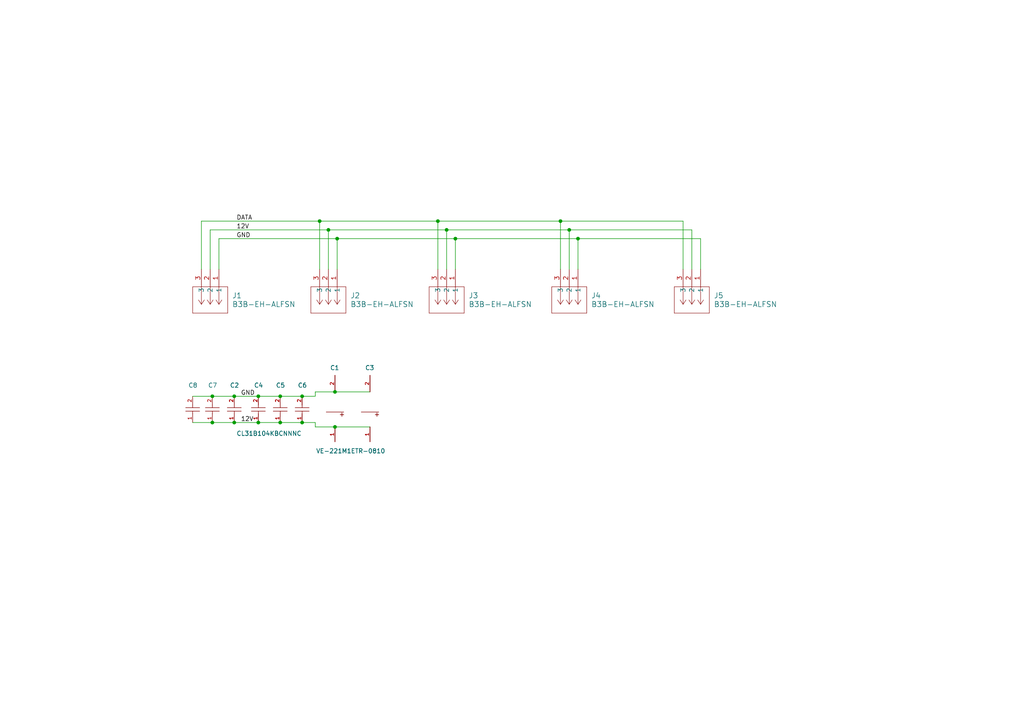
<source format=kicad_sch>
(kicad_sch (version 20230121) (generator eeschema)
  (paper "A4")
  (lib_symbols
    (symbol "2024-07-23_10-14-01:B3B-EH-ALFSN" (pin_names (offset 0.254))
      (property "Reference" "J" (at 8.89 6.35 0))
      (property "Value" "B3B-EH-ALFSN" (at 0 0 0))
      (symbol "B3B-EH-ALFSN_1_1"
        (polyline (pts (xy 5.08 -7.62) (xy 12.7 -7.62)) (stroke (width 0.127)))
        (polyline (pts (xy 5.08 2.54) (xy 5.08 -7.62)) (stroke (width 0.127)))
        (polyline (pts (xy 10.16 -5.08) (xy 5.08 -5.08)) (stroke (width 0.127)))
        (polyline (pts (xy 10.16 -5.08) (xy 8.89 -5.9267)) (stroke (width 0.127)))
        (polyline (pts (xy 10.16 -5.08) (xy 8.89 -4.2333)) (stroke (width 0.127)))
        (polyline (pts (xy 10.16 -2.54) (xy 5.08 -2.54)) (stroke (width 0.127)))
        (polyline (pts (xy 10.16 -2.54) (xy 8.89 -3.3867)) (stroke (width 0.127)))
        (polyline (pts (xy 10.16 -2.54) (xy 8.89 -1.6933)) (stroke (width 0.127)))
        (polyline (pts (xy 10.16 0) (xy 5.08 0)) (stroke (width 0.127)))
        (polyline (pts (xy 10.16 0) (xy 8.89 -0.8467)) (stroke (width 0.127)))
        (polyline (pts (xy 10.16 0) (xy 8.89 0.8467)) (stroke (width 0.127)))
        (polyline (pts (xy 12.7 -7.62) (xy 12.7 2.54)) (stroke (width 0.127)))
        (polyline (pts (xy 12.7 2.54) (xy 5.08 2.54)) (stroke (width 0.127)))
        (pin unspecified line (at 0 0 0) (length 5.08) (name "1") (number "1"))
        (pin unspecified line (at 0 -2.54 0) (length 5.08) (name "2") (number "2"))
        (pin unspecified line (at 0 -5.08 0) (length 5.08) (name "3") (number "3"))
      )
      (symbol "B3B-EH-ALFSN_1_2"
        (polyline (pts (xy 5.08 -7.62) (xy 12.7 -7.62)) (stroke (width 0.127)))
        (polyline (pts (xy 5.08 2.54) (xy 5.08 -7.62)) (stroke (width 0.127)))
        (polyline (pts (xy 7.62 -5.08) (xy 5.08 -5.08)) (stroke (width 0.127)))
        (polyline (pts (xy 7.62 -5.08) (xy 8.89 -5.9267)) (stroke (width 0.127)))
        (polyline (pts (xy 7.62 -5.08) (xy 8.89 -4.2333)) (stroke (width 0.127)))
        (polyline (pts (xy 7.62 -2.54) (xy 5.08 -2.54)) (stroke (width 0.127)))
        (polyline (pts (xy 7.62 -2.54) (xy 8.89 -3.3867)) (stroke (width 0.127)))
        (polyline (pts (xy 7.62 -2.54) (xy 8.89 -1.6933)) (stroke (width 0.127)))
        (polyline (pts (xy 7.62 0) (xy 5.08 0)) (stroke (width 0.127)))
        (polyline (pts (xy 7.62 0) (xy 8.89 -0.8467)) (stroke (width 0.127)))
        (polyline (pts (xy 7.62 0) (xy 8.89 0.8467)) (stroke (width 0.127)))
        (polyline (pts (xy 12.7 -7.62) (xy 12.7 2.54)) (stroke (width 0.127)))
        (polyline (pts (xy 12.7 2.54) (xy 5.08 2.54)) (stroke (width 0.127)))
        (pin unspecified line (at 0 0 0) (length 5.08) (name "1") (number "1"))
        (pin unspecified line (at 0 -2.54 0) (length 5.08) (name "2") (number "2"))
        (pin unspecified line (at 0 -5.08 0) (length 5.08) (name "3") (number "3"))
      )
    )
    (symbol "CL31B104KBCNNNC:CL31B104KBCNNNC" (pin_names hide)
      (property "Reference" "C" (at 0 1.27 0))
      (property "Value" "CL31B104KBCNNNC" (at 0 -2.54 0))
      (symbol "CL31B104KBCNNNC_0_1"
        (polyline (pts (xy -1.27 0) (xy -0.508 0)))
        (polyline (pts (xy -0.508 2.032) (xy -0.508 -2.032)))
        (polyline (pts (xy 0.508 0) (xy 1.27 0)))
        (polyline (pts (xy 0.508 2.032) (xy 0.508 -2.032)))
        (pin input line (at -3.81 0 0) (length 2.54) (name "1") (number "1"))
        (pin input line (at 3.81 0 180) (length 2.54) (name "2") (number "2"))
      )
    )
    (symbol "VE-221M1ETR-0810:VE-221M1ETR-0810" (pin_names hide)
      (property "Reference" "C" (at 0 1.27 0))
      (property "Value" "VE-221M1ETR-0810" (at 0 -2.54 0))
      (symbol "VE-221M1ETR-0810_0_1"
        (rectangle (start -2.54 1.524) (end -1.524 1.4986) (fill (type background)))
        (rectangle (start -2.032 2.032) (end -2.0066 1.016) (fill (type background)))
        (polyline (pts (xy -2.54 0.762) (xy 2.54 0.762)))
        (pin unspecified line (at 0 5.08 90) (length 4.318) (name "1") (number "1"))
        (pin unspecified line (at 0 -5.08 270) (length 4.826) (name "2") (number "2"))
      )
    )
  )
  (junction (at 61.595 122.555))
  (junction (at 81.28 114.935))
  (junction (at 162.56 64.135))
  (junction (at 74.93 122.555))
  (junction (at 67.945 114.935))
  (junction (at 127 64.135))
  (junction (at 97.79 69.215))
  (junction (at 97.155 123.825))
  (junction (at 87.63 114.935))
  (junction (at 74.93 114.935))
  (junction (at 87.63 122.555))
  (junction (at 132.08 69.215))
  (junction (at 92.71 64.135))
  (junction (at 167.64 69.215))
  (junction (at 165.1 66.675))
  (junction (at 97.155 113.665))
  (junction (at 61.595 114.935))
  (junction (at 81.28 122.555))
  (junction (at 95.25 66.675))
  (junction (at 67.945 122.555))
  (junction (at 129.54 66.675))
  (wire (pts (xy 97.155 113.665) (xy 91.44 113.665)))
  (wire (pts (xy 198.12 64.135) (xy 198.12 78.105)))
  (wire (pts (xy 91.44 122.555) (xy 91.44 123.825)))
  (wire (pts (xy 67.945 114.935) (xy 74.93 114.935)))
  (wire (pts (xy 132.08 69.215) (xy 132.08 78.105)))
  (wire (pts (xy 97.79 69.215) (xy 97.79 78.105)))
  (wire (pts (xy 132.08 69.215) (xy 167.64 69.215)))
  (wire (pts (xy 91.44 123.825) (xy 97.155 123.825)))
  (wire (pts (xy 81.28 122.555) (xy 87.63 122.555)))
  (wire (pts (xy 61.595 114.935) (xy 67.945 114.935)))
  (wire (pts (xy 58.42 78.105) (xy 58.42 64.135)))
  (wire (pts (xy 81.28 114.935) (xy 87.63 114.935)))
  (wire (pts (xy 127 64.135) (xy 162.56 64.135)))
  (wire (pts (xy 60.96 78.105) (xy 60.96 66.675)))
  (wire (pts (xy 61.595 122.555) (xy 67.945 122.555)))
  (wire (pts (xy 55.88 122.555) (xy 61.595 122.555)))
  (wire (pts (xy 165.1 66.675) (xy 165.1 78.105)))
  (wire (pts (xy 129.54 66.675) (xy 129.54 78.105)))
  (wire (pts (xy 60.96 66.675) (xy 95.25 66.675)))
  (wire (pts (xy 127 64.135) (xy 127 78.105)))
  (wire (pts (xy 74.93 114.935) (xy 81.28 114.935)))
  (wire (pts (xy 129.54 66.675) (xy 165.1 66.675)))
  (wire (pts (xy 95.25 66.675) (xy 95.25 78.105)))
  (wire (pts (xy 92.71 64.135) (xy 127 64.135)))
  (wire (pts (xy 167.64 69.215) (xy 203.2 69.215)))
  (wire (pts (xy 97.79 69.215) (xy 132.08 69.215)))
  (wire (pts (xy 162.56 64.135) (xy 198.12 64.135)))
  (wire (pts (xy 95.25 66.675) (xy 129.54 66.675)))
  (wire (pts (xy 91.44 114.935) (xy 87.63 114.935)))
  (wire (pts (xy 91.44 113.665) (xy 91.44 114.935)))
  (wire (pts (xy 167.64 69.215) (xy 167.64 78.105)))
  (wire (pts (xy 63.5 78.105) (xy 63.5 69.215)))
  (wire (pts (xy 58.42 64.135) (xy 92.71 64.135)))
  (wire (pts (xy 87.63 122.555) (xy 91.44 122.555)))
  (wire (pts (xy 165.1 66.675) (xy 200.66 66.675)))
  (wire (pts (xy 92.71 64.135) (xy 92.71 78.105)))
  (wire (pts (xy 67.945 122.555) (xy 74.93 122.555)))
  (wire (pts (xy 200.66 66.675) (xy 200.66 78.105)))
  (wire (pts (xy 63.5 69.215) (xy 97.79 69.215)))
  (wire (pts (xy 97.155 123.825) (xy 107.315 123.825)))
  (wire (pts (xy 203.2 69.215) (xy 203.2 78.105)))
  (wire (pts (xy 162.56 64.135) (xy 162.56 78.105)))
  (wire (pts (xy 74.93 122.555) (xy 81.28 122.555)))
  (wire (pts (xy 107.315 113.665) (xy 97.155 113.665)))
  (wire (pts (xy 55.88 114.935) (xy 61.595 114.935)))
  (label "DATA" (at 68.58 64.135 0))
  (label "GND" (at 69.85 114.935 0))
  (label "12V" (at 68.58 66.675 0))
  (label "12V" (at 69.85 122.555 0))
  (label "GND" (at 68.58 69.215 0))
  (symbol (lib_id "2024-07-23_10-14-01:B3B-EH-ALFSN") (at 63.5 78.105 270) (unit 1)
    (property "Reference" "J1" (at 67.31 85.725 90) (effects (font (size 1.524 1.524)) (justify left)))
    (property "Value" "B3B-EH-ALFSN" (at 67.31 88.265 90) (effects (font (size 1.524 1.524)) (justify left)))
    (property "Footprint" "CONN3_B3B-EH-ALFSN_JST" (effects hide))
    (property "Datasheet" "B3B-EH-ALFSN" (effects hide))
  )
  (symbol (lib_id "CL31B104KBCNNNC:CL31B104KBCNNNC") (at 87.63 118.745 90) (unit 1)
    (property "Reference" "C6" (at 86.36 111.76 90) (effects (justify right)))
    (property "Value" "CL31B104KBCNNNC" (effects hide))
    (property "Footprint" "footprint:C1206" (effects hide))
    (property "Datasheet" "https://item.szlcsc.com/89171.html" (effects hide))
    (property "LCSC" "C24497" (effects hide))
  )
  (symbol (lib_id "2024-07-23_10-14-01:B3B-EH-ALFSN") (at 167.64 78.105 270) (unit 1)
    (property "Reference" "J4" (at 171.45 85.725 90) (effects (font (size 1.524 1.524)) (justify left)))
    (property "Value" "B3B-EH-ALFSN" (at 171.45 88.265 90) (effects (font (size 1.524 1.524)) (justify left)))
    (property "Footprint" "CONN3_B3B-EH-ALFSN_JST" (effects hide))
    (property "Datasheet" "B3B-EH-ALFSN" (effects hide))
  )
  (symbol (lib_id "CL31B104KBCNNNC:CL31B104KBCNNNC") (at 74.93 118.745 90) (unit 1)
    (property "Reference" "C4" (at 73.66 111.76 90) (effects (justify right)))
    (property "Value" "CL31B104KBCNNNC" (effects hide))
    (property "Footprint" "footprint:C1206" (effects hide))
    (property "Datasheet" "https://item.szlcsc.com/89171.html" (effects hide))
    (property "LCSC" "C24497" (effects hide))
  )
  (symbol (lib_id "2024-07-23_10-14-01:B3B-EH-ALFSN") (at 97.79 78.105 270) (unit 1)
    (property "Reference" "J2" (at 101.6 85.725 90) (effects (font (size 1.524 1.524)) (justify left)))
    (property "Value" "B3B-EH-ALFSN" (at 101.6 88.265 90) (effects (font (size 1.524 1.524)) (justify left)))
    (property "Footprint" "CONN3_B3B-EH-ALFSN_JST" (effects hide))
    (property "Datasheet" "B3B-EH-ALFSN" (effects hide))
  )
  (symbol (lib_id "CL31B104KBCNNNC:CL31B104KBCNNNC") (at 67.945 118.745 90) (unit 1)
    (property "Reference" "C2" (at 66.675 111.76 90) (effects (justify right)))
    (property "Value" "CL31B104KBCNNNC" (at 68.58 125.73 90) (effects (justify right)))
    (property "Footprint" "footprint:C1206" (effects hide))
    (property "Datasheet" "https://item.szlcsc.com/89171.html" (effects hide))
    (property "LCSC" "C24497" (effects hide))
  )
  (symbol (lib_id "2024-07-23_10-14-01:B3B-EH-ALFSN") (at 203.2 78.105 270) (unit 1)
    (property "Reference" "J5" (at 207.01 85.725 90) (effects (font (size 1.524 1.524)) (justify left)))
    (property "Value" "B3B-EH-ALFSN" (at 207.01 88.265 90) (effects (font (size 1.524 1.524)) (justify left)))
    (property "Footprint" "CONN3_B3B-EH-ALFSN_JST" (effects hide))
    (property "Datasheet" "B3B-EH-ALFSN" (effects hide))
  )
  (symbol (lib_id "2024-07-23_10-14-01:B3B-EH-ALFSN") (at 132.08 78.105 270) (unit 1)
    (property "Reference" "J3" (at 135.89 85.725 90) (effects (font (size 1.524 1.524)) (justify left)))
    (property "Value" "B3B-EH-ALFSN" (at 135.89 88.265 90) (effects (font (size 1.524 1.524)) (justify left)))
    (property "Footprint" "CONN3_B3B-EH-ALFSN_JST" (effects hide))
    (property "Datasheet" "B3B-EH-ALFSN" (effects hide))
  )
  (symbol (lib_id "CL31B104KBCNNNC:CL31B104KBCNNNC") (at 55.88 118.745 90) (unit 1)
    (property "Reference" "C8" (at 54.61 111.76 90) (effects (justify right)))
    (property "Value" "CL31B104KBCNNNC" (effects hide))
    (property "Footprint" "footprint:C1206" (effects hide))
    (property "Datasheet" "https://item.szlcsc.com/89171.html" (effects hide))
    (property "LCSC" "C24497" (effects hide))
  )
  (symbol (lib_id "CL31B104KBCNNNC:CL31B104KBCNNNC") (at 81.28 118.745 90) (unit 1)
    (property "Reference" "C5" (at 80.01 111.76 90) (effects (justify right)))
    (property "Value" "CL31B104KBCNNNC" (effects hide))
    (property "Footprint" "footprint:C1206" (effects hide))
    (property "Datasheet" "https://item.szlcsc.com/89171.html" (effects hide))
    (property "LCSC" "C24497" (effects hide))
  )
  (symbol (lib_id "VE-221M1ETR-0810:VE-221M1ETR-0810") (at 107.315 118.745 180) (unit 1)
    (property "Reference" "C3" (at 108.585 106.68 0) (effects (justify left)))
    (property "Value" "VE-221M1ETR-0810" (at 111.76 130.81 0) (effects (justify left)))
    (property "Footprint" "footprint:CAP-SMD_BD8.0-L8.3-W8.3-RD" (effects hide))
    (property "Datasheet" "https://item.szlcsc.com/245644.html" (effects hide))
    (property "LCSC" "C127967" (effects hide))
  )
  (symbol (lib_id "CL31B104KBCNNNC:CL31B104KBCNNNC") (at 61.595 118.745 90) (unit 1)
    (property "Reference" "C7" (at 60.325 111.76 90) (effects (justify right)))
    (property "Value" "CL31B104KBCNNNC" (effects hide))
    (property "Footprint" "footprint:C1206" (effects hide))
    (property "Datasheet" "https://item.szlcsc.com/89171.html" (effects hide))
    (property "LCSC" "C24497" (effects hide))
  )
  (symbol (lib_id "VE-221M1ETR-0810:VE-221M1ETR-0810") (at 97.155 118.745 180) (unit 1)
    (property "Reference" "C1" (at 98.425 106.68 0) (effects (justify left)))
    (property "Value" "VE-221M1ETR-0810" (effects hide))
    (property "Footprint" "footprint:CAP-SMD_BD8.0-L8.3-W8.3-RD" (effects hide))
    (property "Datasheet" "https://item.szlcsc.com/245644.html" (effects hide))
    (property "LCSC" "C127967" (effects hide))
  )
)
</source>
